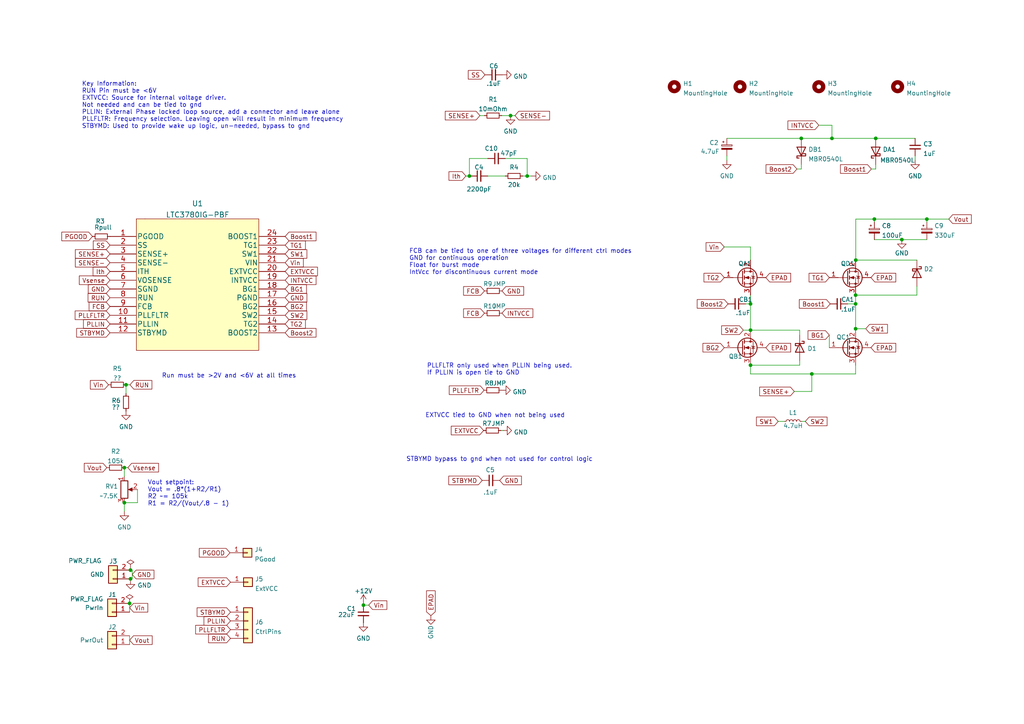
<source format=kicad_sch>
(kicad_sch (version 20211123) (generator eeschema)
  (paper "A4")
  (title_block (title "LTC3780 Audio Amplifier Voltage Regulator") (date "2022-02-27") (rev "V1.1") (company "Boost-Buck Converter for low ripple adjustable input into Audio Amplifier") (comment 1 "Rev1 Link Fets to GND plane for power dissipation"))
  (lib_symbols
    (symbol "Connector_Generic:Conn_01x01" (pin_names (offset 1.016) hide)
      (property "Reference" "J" (at 0 2.54 0))
      (property "Value" "Conn_01x01" (at 0 -2.54 0))
      (symbol "Conn_01x01_1_1"
        (rectangle (start -1.27 0.127) (end 0 -0.127) (stroke (width 0.1524)))
        (rectangle (start -1.27 1.27) (end 1.27 -1.27) (stroke (width 0.254)) (fill (type background)))
        (pin passive line (at -5.08 0 0) (length 3.81) (name "Pin_1") (number "1"))
      )
    )
    (symbol "Connector_Generic:Conn_01x02" (pin_names (offset 1.016) hide)
      (property "Reference" "J" (at 0 2.54 0))
      (property "Value" "Conn_01x02" (at 0 -5.08 0))
      (symbol "Conn_01x02_1_1"
        (rectangle (start -1.27 -2.413) (end 0 -2.667) (stroke (width 0.1524)))
        (rectangle (start -1.27 0.127) (end 0 -0.127) (stroke (width 0.1524)))
        (rectangle (start -1.27 1.27) (end 1.27 -3.81) (stroke (width 0.254)) (fill (type background)))
        (pin passive line (at -5.08 0 0) (length 3.81) (name "Pin_1") (number "1"))
        (pin passive line (at -5.08 -2.54 0) (length 3.81) (name "Pin_2") (number "2"))
      )
    )
    (symbol "Connector_Generic:Conn_01x04" (pin_names (offset 1.016) hide)
      (property "Reference" "J" (at 0 5.08 0))
      (property "Value" "Conn_01x04" (at 0 -7.62 0))
      (symbol "Conn_01x04_1_1"
        (rectangle (start -1.27 -4.953) (end 0 -5.207) (stroke (width 0.1524)))
        (rectangle (start -1.27 -2.413) (end 0 -2.667) (stroke (width 0.1524)))
        (rectangle (start -1.27 0.127) (end 0 -0.127) (stroke (width 0.1524)))
        (rectangle (start -1.27 2.667) (end 0 2.413) (stroke (width 0.1524)))
        (rectangle (start -1.27 3.81) (end 1.27 -6.35) (stroke (width 0.254)) (fill (type background)))
        (pin passive line (at -5.08 2.54 0) (length 3.81) (name "Pin_1") (number "1"))
        (pin passive line (at -5.08 0 0) (length 3.81) (name "Pin_2") (number "2"))
        (pin passive line (at -5.08 -2.54 0) (length 3.81) (name "Pin_3") (number "3"))
        (pin passive line (at -5.08 -5.08 0) (length 3.81) (name "Pin_4") (number "4"))
      )
    )
    (symbol "Custom:LTC3780IG-PBF" (pin_names (offset 0.254))
      (property "Reference" "U" (at 25.4 10.16 0))
      (property "Value" "LTC3780IG-PBF" (at 25.4 7.62 0))
      (symbol "LTC3780IG-PBF_1_1"
        (rectangle (start 7.62 5.08) (end 43.18 -33.02) (stroke (width 0.1524)) (fill (type background)))
        (rectangle (start 10.16 5.08) (end 10.16 5.08) (stroke (width 0.1524)))
        (pin output line (at 0 0 0) (length 7.62) (name "PGOOD") (number "1"))
        (pin unspecified line (at 0 -22.86 0) (length 7.62) (name "PLLFLTR") (number "10"))
        (pin input line (at 0 -25.4 0) (length 7.62) (name "PLLIN") (number "11"))
        (pin unspecified line (at 0 -27.94 0) (length 7.62) (name "STBYMD") (number "12"))
        (pin output line (at 50.8 -27.94 180) (length 7.62) (name "BOOST2") (number "13"))
        (pin output line (at 50.8 -25.4 180) (length 7.62) (name "TG2") (number "14"))
        (pin unspecified line (at 50.8 -22.86 180) (length 7.62) (name "SW2") (number "15"))
        (pin output line (at 50.8 -20.32 180) (length 7.62) (name "BG2") (number "16"))
        (pin power_in line (at 50.8 -17.78 180) (length 7.62) (name "PGND") (number "17"))
        (pin output line (at 50.8 -15.24 180) (length 7.62) (name "BG1") (number "18"))
        (pin output line (at 50.8 -12.7 180) (length 7.62) (name "INTVCC") (number "19"))
        (pin input line (at 0 -2.54 0) (length 7.62) (name "SS") (number "2"))
        (pin input line (at 50.8 -10.16 180) (length 7.62) (name "EXTVCC") (number "20"))
        (pin input line (at 50.8 -7.62 180) (length 7.62) (name "VIN") (number "21"))
        (pin unspecified line (at 50.8 -5.08 180) (length 7.62) (name "SW1") (number "22"))
        (pin output line (at 50.8 -2.54 180) (length 7.62) (name "TG1") (number "23"))
        (pin output line (at 50.8 0 180) (length 7.62) (name "BOOST1") (number "24"))
        (pin input line (at 0 -5.08 0) (length 7.62) (name "SENSE+") (number "3"))
        (pin input line (at 0 -7.62 0) (length 7.62) (name "SENSE-") (number "4"))
        (pin unspecified line (at 0 -10.16 0) (length 7.62) (name "ITH") (number "5"))
        (pin input line (at 0 -12.7 0) (length 7.62) (name "VOSENSE") (number "6"))
        (pin power_in line (at 0 -15.24 0) (length 7.62) (name "SGND") (number "7"))
        (pin input line (at 0 -17.78 0) (length 7.62) (name "RUN") (number "8"))
        (pin input line (at 0 -20.32 0) (length 7.62) (name "FCB") (number "9"))
      )
    )
    (symbol "Custom:Q_NMOS_DGS_THERMAL" (pin_names (offset 0) hide)
      (property "Reference" "QA1" (at -1.016 4.064 0))
      (symbol "Q_NMOS_DGS_THERMAL_0_1"
        (polyline (pts (xy 0.254 0) (xy -2.54 0)))
        (polyline (pts (xy 0.254 1.905) (xy 0.254 -1.905)) (stroke (width 0.254)))
        (polyline (pts (xy 0.762 -1.27) (xy 0.762 -2.286)) (stroke (width 0.254)))
        (polyline (pts (xy 0.762 0.508) (xy 0.762 -0.508)) (stroke (width 0.254)))
        (polyline (pts (xy 0.762 2.286) (xy 0.762 1.27)) (stroke (width 0.254)))
        (polyline (pts (xy 2.54 2.54) (xy 2.54 1.778)))
        (polyline (pts (xy 2.54 -2.54) (xy 2.54 0) (xy 0.762 0)))
        (polyline (pts (xy 0.762 -1.778) (xy 3.302 -1.778) (xy 3.302 1.778) (xy 0.762 1.778)))
        (polyline (pts (xy 1.016 0) (xy 2.032 0.381) (xy 2.032 -0.381) (xy 1.016 0)) (fill (type outline)))
        (polyline (pts (xy 2.794 0.508) (xy 2.921 0.381) (xy 3.683 0.381) (xy 3.81 0.254)))
        (polyline (pts (xy 3.302 0.381) (xy 2.921 -0.254) (xy 3.683 -0.254) (xy 3.302 0.381)))
        (circle (center 1.651 0) (radius 2.794) (stroke (width 0.254)))
        (circle (center 2.54 -1.778) (radius 0.254) (fill (type outline)))
        (circle (center 2.54 1.778) (radius 0.254) (fill (type outline)))
      )
      (symbol "Q_NMOS_DGS_THERMAL_1_1"
        (pin input line (at -5.08 0 0) (length 2.54) (name "G") (number "1"))
        (pin passive line (at 2.54 5.08 270) (length 2.54) (name "D") (number "2"))
        (pin passive line (at 2.54 -5.08 90) (length 2.54) (name "S") (number "3"))
        (pin passive line (at 6.985 0 180) (length 2.54) (name "EPAD") (number "4"))
      )
    )
    (symbol "Device:C_Polarized_Small" (pin_numbers hide) (pin_names (offset 0.254) hide)
      (property "Reference" "C" (at 0.254 1.778 0))
      (property "Value" "C_Polarized_Small" (at 0.254 -2.032 0))
      (symbol "C_Polarized_Small_0_1"
        (rectangle (start -1.524 -0.3048) (end 1.524 -0.6858) (fill (type outline)))
        (rectangle (start -1.524 0.6858) (end 1.524 0.3048))
        (polyline (pts (xy -1.27 1.524) (xy -0.762 1.524)))
        (polyline (pts (xy -1.016 1.27) (xy -1.016 1.778)))
      )
      (symbol "C_Polarized_Small_1_1"
        (pin passive line (at 0 2.54 270) (length 1.8542) (name "~") (number "1"))
        (pin passive line (at 0 -2.54 90) (length 1.8542) (name "~") (number "2"))
      )
    )
    (symbol "Device:C_Small" (pin_numbers hide) (pin_names (offset 0.254) hide)
      (property "Reference" "C" (at 0.254 1.778 0))
      (property "Value" "C_Small" (at 0.254 -2.032 0))
      (symbol "C_Small_0_1"
        (polyline (pts (xy -1.524 -0.508) (xy 1.524 -0.508)) (stroke (width 0.3302)))
        (polyline (pts (xy -1.524 0.508) (xy 1.524 0.508)) (stroke (width 0.3048)))
      )
      (symbol "C_Small_1_1"
        (pin passive line (at 0 2.54 270) (length 2.032) (name "~") (number "1"))
        (pin passive line (at 0 -2.54 90) (length 2.032) (name "~") (number "2"))
      )
    )
    (symbol "Device:D_Schottky" (pin_numbers hide) (pin_names (offset 1.016) hide)
      (property "Reference" "D" (at 0 2.54 0))
      (property "Value" "D_Schottky" (at 0 -2.54 0))
      (symbol "D_Schottky_0_1"
        (polyline (pts (xy 1.27 0) (xy -1.27 0)))
        (polyline (pts (xy 1.27 1.27) (xy 1.27 -1.27) (xy -1.27 0) (xy 1.27 1.27)) (stroke (width 0.254)))
        (polyline (pts (xy -1.905 0.635) (xy -1.905 1.27) (xy -1.27 1.27) (xy -1.27 -1.27) (xy -0.635 -1.27) (xy -0.635 -0.635)) (stroke (width 0.254)))
      )
      (symbol "D_Schottky_1_1"
        (pin passive line (at -3.81 0 0) (length 2.54) (name "K") (number "1"))
        (pin passive line (at 3.81 0 180) (length 2.54) (name "A") (number "2"))
      )
    )
    (symbol "Device:L_Small" (pin_numbers hide) (pin_names (offset 0.254) hide)
      (property "Reference" "L" (at 0.762 1.016 0))
      (property "Value" "L_Small" (at 0.762 -1.016 0))
      (symbol "L_Small_0_1"
        (arc (start 0 -2.032) (mid 0.508 -1.524) (end 0 -1.016))
        (arc (start 0 -1.016) (mid 0.508 -0.508) (end 0 0))
        (arc (start 0 0) (mid 0.508 0.508) (end 0 1.016))
        (arc (start 0 1.016) (mid 0.508 1.524) (end 0 2.032))
      )
      (symbol "L_Small_1_1"
        (pin passive line (at 0 2.54 270) (length 0.508) (name "~") (number "1"))
        (pin passive line (at 0 -2.54 90) (length 0.508) (name "~") (number "2"))
      )
    )
    (symbol "Device:R_Potentiometer" (pin_names (offset 1.016) hide)
      (property "Reference" "RV" (at -4.445 0 90))
      (property "Value" "R_Potentiometer" (at -2.54 0 90))
      (symbol "R_Potentiometer_0_1"
        (polyline (pts (xy 2.54 0) (xy 1.524 0)))
        (polyline (pts (xy 1.143 0) (xy 2.286 0.508) (xy 2.286 -0.508) (xy 1.143 0)) (fill (type outline)))
        (rectangle (start 1.016 2.54) (end -1.016 -2.54) (stroke (width 0.254)))
      )
      (symbol "R_Potentiometer_1_1"
        (pin passive line (at 0 3.81 270) (length 1.27) (name "1") (number "1"))
        (pin passive line (at 3.81 0 180) (length 1.27) (name "2") (number "2"))
        (pin passive line (at 0 -3.81 90) (length 1.27) (name "3") (number "3"))
      )
    )
    (symbol "Device:R_Small" (pin_numbers hide) (pin_names (offset 0.254) hide)
      (property "Reference" "R" (at 0.762 0.508 0))
      (property "Value" "R_Small" (at 0.762 -1.016 0))
      (symbol "R_Small_0_1"
        (rectangle (start -0.762 1.778) (end 0.762 -1.778) (stroke (width 0.2032)))
      )
      (symbol "R_Small_1_1"
        (pin passive line (at 0 2.54 270) (length 0.762) (name "~") (number "1"))
        (pin passive line (at 0 -2.54 90) (length 0.762) (name "~") (number "2"))
      )
    )
    (symbol "Mechanical:MountingHole" (pin_names (offset 1.016))
      (property "Reference" "H" (at 0 5.08 0))
      (property "Value" "MountingHole" (at 0 3.175 0))
      (symbol "MountingHole_0_1"
        (circle (center 0 0) (radius 1.27) (stroke (width 1.27)))
      )
    )
    (symbol "power:+12V" (power) (pin_names (offset 0))
      (property "Value" "+12V" (at 0 3.556 0))
      (symbol "+12V_0_1"
        (polyline (pts (xy -0.762 1.27) (xy 0 2.54)))
        (polyline (pts (xy 0 0) (xy 0 2.54)))
        (polyline (pts (xy 0 2.54) (xy 0.762 1.27)))
      )
      (symbol "+12V_1_1"
        (pin power_in line (at 0 0 90) (length 0) hide (name "+12V") (number "1"))
      )
    )
    (symbol "power:GND" (power) (pin_names (offset 0))
      (property "Value" "GND" (at 0 -3.81 0))
      (symbol "GND_0_1"
        (polyline (pts (xy 0 0) (xy 0 -1.27) (xy 1.27 -1.27) (xy 0 -2.54) (xy -1.27 -1.27) (xy 0 -1.27)))
      )
      (symbol "GND_1_1"
        (pin power_in line (at 0 0 270) (length 0) hide (name "GND") (number "1"))
      )
    )
    (symbol "power:PWR_FLAG" (power) (pin_numbers hide) (pin_names (offset 0) hide)
      (property "Value" "PWR_FLAG" (at 0 3.81 0))
      (symbol "PWR_FLAG_0_0"
        (pin power_out line (at 0 0 90) (length 0) (name "pwr") (number "1"))
      )
      (symbol "PWR_FLAG_0_1"
        (polyline (pts (xy 0 0) (xy 0 1.27) (xy -1.016 1.905) (xy 0 2.54) (xy 1.016 1.905) (xy 0 1.27)))
      )
    )
  )
  (junction (at 37.846 165.354))
  (junction (at 261.5692 69.4944))
  (junction (at 217.678 105.918))
  (junction (at 152.908 51.054))
  (junction (at 217.678 88.138))
  (junction (at 136.144 51.054))
  (junction (at 148.082 33.528))
  (junction (at 248.158 95.3516))
  (junction (at 241.3 40.132))
  (junction (at 248.158 85.598))
  (junction (at 248.2088 75.438))
  (junction (at 105.41 175.514))
  (junction (at 36.068 135.636))
  (junction (at 268.8336 63.5508))
  (junction (at 36.068 145.796))
  (junction (at 217.678 95.758))
  (junction (at 235.458 108.458))
  (junction (at 253.5936 63.5508))
  (junction (at 232.41 40.132))
  (junction (at 254 40.132))
  (junction (at 37.846 167.894))
  (junction (at 37.592 175.006))
  (junction (at 36.5506 111.6076))
  (junction (at 248.158 88.138))
  (wire (pts (xy 265.43 45.212) (xy 265.43 46.482)))
  (wire (pts (xy 265.938 83.058) (xy 265.938 85.598)))
  (wire (pts (xy 248.158 75.438) (xy 248.2088 75.438)))
  (wire (pts (xy 210.82 40.132) (xy 232.41 40.132)))
  (wire (pts (xy 210.82 45.212) (xy 210.82 46.482)))
  (wire (pts (xy 231.9528 104.6988) (xy 231.9528 105.918)))
  (wire (pts (xy 254 47.752) (xy 254 49.022)))
  (wire (pts (xy 217.678 88.138) (xy 217.678 95.758)))
  (wire (pts (xy 240.538 97.1804) (xy 240.538 100.838)))
  (wire (pts (xy 105.41 175.514) (xy 106.934 175.514)))
  (wire (pts (xy 235.458 108.458) (xy 235.458 113.538)))
  (wire (pts (xy 146.558 45.974) (xy 152.908 45.974)))
  (wire (pts (xy 253.5936 63.5508) (xy 253.5936 64.4144)))
  (wire (pts (xy 37.846 164.9476) (xy 37.846 165.354)))
  (wire (pts (xy 37.846 165.354) (xy 38.354 165.354)))
  (wire (pts (xy 152.908 51.054) (xy 154.178 51.054)))
  (wire (pts (xy 37.592 177.546) (xy 37.592 175.006)))
  (wire (pts (xy 265.938 85.598) (xy 248.158 85.598)))
  (wire (pts (xy 217.678 85.598) (xy 217.678 88.138)))
  (wire (pts (xy 136.144 45.974) (xy 136.144 51.054)))
  (wire (pts (xy 139.192 33.528) (xy 140.462 33.528)))
  (wire (pts (xy 235.458 108.458) (xy 248.158 108.458)))
  (wire (pts (xy 248.2088 63.5508) (xy 248.2088 75.438)))
  (wire (pts (xy 232.5624 122.2248) (xy 233.5784 122.2248)))
  (wire (pts (xy 216.2556 88.138) (xy 217.678 88.138)))
  (wire (pts (xy 248.158 85.598) (xy 248.158 88.138)))
  (wire (pts (xy 217.678 105.918) (xy 217.678 108.458)))
  (wire (pts (xy 232.41 40.132) (xy 241.3 40.132)))
  (wire (pts (xy 38.354 165.354) (xy 38.354 167.894)))
  (wire (pts (xy 253.5936 69.4944) (xy 261.5692 69.4944)))
  (wire (pts (xy 248.158 95.3516) (xy 248.158 95.758)))
  (wire (pts (xy 253.5936 63.5508) (xy 268.8336 63.5508)))
  (wire (pts (xy 151.638 51.054) (xy 152.908 51.054)))
  (wire (pts (xy 248.158 88.138) (xy 248.158 95.3516)))
  (wire (pts (xy 39.878 141.986) (xy 39.878 145.796)))
  (wire (pts (xy 37.084 135.636) (xy 36.068 135.636)))
  (wire (pts (xy 36.068 135.636) (xy 36.068 138.176)))
  (wire (pts (xy 268.8336 64.4144) (xy 268.8336 63.5508)))
  (wire (pts (xy 37.846 168.2496) (xy 37.846 167.894)))
  (wire (pts (xy 37.846 167.894) (xy 38.354 167.894)))
  (wire (pts (xy 268.8336 63.5508) (xy 275.1836 63.5508)))
  (wire (pts (xy 141.478 51.054) (xy 146.558 51.054)))
  (wire (pts (xy 241.3 40.132) (xy 254 40.132)))
  (wire (pts (xy 248.158 95.3516) (xy 251.1044 95.3516)))
  (wire (pts (xy 217.678 95.758) (xy 231.9528 95.758)))
  (wire (pts (xy 136.144 51.054) (xy 136.398 51.054)))
  (wire (pts (xy 232.41 47.752) (xy 232.41 49.022)))
  (wire (pts (xy 36.068 145.796) (xy 36.068 148.336)))
  (wire (pts (xy 37.6936 111.6076) (xy 36.5506 111.6076)))
  (wire (pts (xy 105.41 175.006) (xy 105.41 175.514)))
  (wire (pts (xy 237.49 36.322) (xy 241.3 36.322)))
  (wire (pts (xy 248.2088 75.438) (xy 265.938 75.438)))
  (wire (pts (xy 245.872 88.138) (xy 248.158 88.138)))
  (wire (pts (xy 248.158 105.918) (xy 248.158 108.458)))
  (wire (pts (xy 254 40.132) (xy 265.43 40.132)))
  (wire (pts (xy 232.41 49.022) (xy 231.14 49.022)))
  (wire (pts (xy 37.592 184.404) (xy 37.592 186.944)))
  (wire (pts (xy 217.678 105.918) (xy 231.9528 105.918)))
  (wire (pts (xy 217.678 71.628) (xy 217.678 75.438)))
  (wire (pts (xy 148.082 33.528) (xy 149.352 33.528)))
  (wire (pts (xy 135.128 51.054) (xy 136.144 51.054)))
  (wire (pts (xy 235.458 113.538) (xy 230.378 113.538)))
  (wire (pts (xy 145.3388 124.8664) (xy 145.8468 124.8664)))
  (wire (pts (xy 152.908 45.974) (xy 152.908 51.054)))
  (wire (pts (xy 254 49.022) (xy 252.73 49.022)))
  (wire (pts (xy 145.542 33.528) (xy 148.082 33.528)))
  (wire (pts (xy 225.7044 122.2248) (xy 227.4824 122.2248)))
  (wire (pts (xy 268.8336 69.4944) (xy 261.5692 69.4944)))
  (wire (pts (xy 215.5952 95.758) (xy 217.678 95.758)))
  (wire (pts (xy 217.678 108.458) (xy 235.458 108.458)))
  (wire (pts (xy 231.9528 95.758) (xy 231.9528 97.0788)))
  (wire (pts (xy 36.5506 111.6076) (xy 36.5506 114.1476)))
  (wire (pts (xy 39.878 145.796) (xy 36.068 145.796)))
  (wire (pts (xy 241.3 36.322) (xy 241.3 40.132)))
  (wire (pts (xy 210.058 71.628) (xy 217.678 71.628)))
  (wire (pts (xy 248.2088 63.5508) (xy 253.5936 63.5508)))
  (wire (pts (xy 141.478 45.974) (xy 136.144 45.974)))
  (text "Key Information:\nRUN Pin must be <6V\nEXTVCC: Source for internal voltage driver. \nNot needed and can be tied to gnd\nPLLIN: External Phase locked loop source, add a connector and leave alone\nPLLFLTR: Frequency selection. Leaving open will result in minimum frequency\nSTBYMD: Used to provide wake up logic, un-needed, bypass to gnd" (at 23.7236 37.4396 0) (effects (font (size 1.27 1.27)) (justify left bottom)))
  (text "EXTVCC tied to GND when not being used" (at 123.3424 121.3104 0) (effects (font (size 1.27 1.27)) (justify left bottom)))
  (text "Run must be >2V and <6V at all times" (at 46.9138 109.8296 0) (effects (font (size 1.27 1.27)) (justify left bottom)))
  (text "FCB can be tied to one of three voltages for different ctrl modes\nGND for continuous operation\nFloat for burst mode\nIntVcc for discontinuous current mode" (at 118.6688 79.8068 0) (effects (font (size 1.27 1.27)) (justify left bottom)))
  (text "Vout setpoint:\nVout = .8*(1+R2/R1)\nR2 ~= 105k\nR1 = R2/(Vout/.8 - 1)" (at 42.8244 146.9136 0) (effects (font (size 1.27 1.27)) (justify left bottom)))
  (text "PLLFLTR only used when PLLIN being used.\nIf PLLIN is open tie to GND" (at 123.7996 108.966 0) (effects (font (size 1.27 1.27)) (justify left bottom)))
  (text "STBYMD bypass to gnd when not used for control logic" (at 117.8052 134.0104 0) (effects (font (size 1.27 1.27)) (justify left bottom)))
  (global_label "BG2" (shape input) (at 82.7024 88.9 0) (property "Intersheet References" "${INTERSHEET_REFS}" (effects hide)))
  (global_label "Vout" (shape input) (at 275.1836 63.5508 0) (property "Intersheet References" "${INTERSHEET_REFS}" (effects hide)))
  (global_label "SW2" (shape input) (at 82.7024 91.44 0) (property "Intersheet References" "${INTERSHEET_REFS}" (effects hide)))
  (global_label "BG1" (shape input) (at 240.538 97.1804 180) (property "Intersheet References" "${INTERSHEET_REFS}" (effects hide)))
  (global_label "Vout" (shape input) (at 37.592 185.674 0) (property "Intersheet References" "${INTERSHEET_REFS}" (effects hide)))
  (global_label "Ith" (shape input) (at 31.9024 78.74 180) (property "Intersheet References" "${INTERSHEET_REFS}" (effects hide)))
  (global_label "Vsense" (shape input) (at 37.084 135.636 0) (property "Intersheet References" "${INTERSHEET_REFS}" (effects hide)))
  (global_label "SW1" (shape input) (at 82.7024 73.66 0) (property "Intersheet References" "${INTERSHEET_REFS}" (effects hide)))
  (global_label "SS" (shape input) (at 140.6652 21.6916 180) (property "Intersheet References" "${INTERSHEET_REFS}" (effects hide)))
  (global_label "PLLFLTR" (shape input) (at 140.4112 113.1824 180) (property "Intersheet References" "${INTERSHEET_REFS}" (effects hide)))
  (global_label "SW2" (shape input) (at 215.5952 95.758 180) (property "Intersheet References" "${INTERSHEET_REFS}" (effects hide)))
  (global_label "PLLIN" (shape input) (at 31.9024 93.98 180) (property "Intersheet References" "${INTERSHEET_REFS}" (effects hide)))
  (global_label "RUN" (shape input) (at 31.9024 86.36 180) (property "Intersheet References" "${INTERSHEET_REFS}" (effects hide)))
  (global_label "PLLFLTR" (shape input) (at 66.8528 182.626 180) (property "Intersheet References" "${INTERSHEET_REFS}" (effects hide)))
  (global_label "Boost2" (shape input) (at 82.7024 96.52 0) (property "Intersheet References" "${INTERSHEET_REFS}" (effects hide)))
  (global_label "EPAD" (shape input) (at 124.968 178.562 90) (property "Intersheet References" "${INTERSHEET_REFS}" (effects hide)))
  (global_label "Vout" (shape input) (at 30.988 135.636 180) (property "Intersheet References" "${INTERSHEET_REFS}" (effects hide)))
  (global_label "Ith" (shape input) (at 135.128 51.054 180) (property "Intersheet References" "${INTERSHEET_REFS}" (effects hide)))
  (global_label "TG1" (shape input) (at 240.538 80.518 180) (property "Intersheet References" "${INTERSHEET_REFS}" (effects hide)))
  (global_label "INTVCC" (shape input) (at 145.5928 90.8304 0) (property "Intersheet References" "${INTERSHEET_REFS}" (effects hide)))
  (global_label "PLLIN" (shape input) (at 66.8528 180.086 180) (property "Intersheet References" "${INTERSHEET_REFS}" (effects hide)))
  (global_label "TG2" (shape input) (at 210.058 80.518 180) (property "Intersheet References" "${INTERSHEET_REFS}" (effects hide)))
  (global_label "INTVCC" (shape input) (at 82.7024 81.28 0) (property "Intersheet References" "${INTERSHEET_REFS}" (effects hide)))
  (global_label "Boost2" (shape input) (at 231.14 49.022 180) (property "Intersheet References" "${INTERSHEET_REFS}" (effects hide)))
  (global_label "EXTVCC" (shape input) (at 82.7024 78.74 0) (property "Intersheet References" "${INTERSHEET_REFS}" (effects hide)))
  (global_label "EXTVCC" (shape input) (at 66.8528 168.8592 180) (property "Intersheet References" "${INTERSHEET_REFS}" (effects hide)))
  (global_label "FCB" (shape input) (at 31.9024 88.9 180) (property "Intersheet References" "${INTERSHEET_REFS}" (effects hide)))
  (global_label "Boost1" (shape input) (at 82.7024 68.58 0) (property "Intersheet References" "${INTERSHEET_REFS}" (effects hide)))
  (global_label "SENSE-" (shape input) (at 31.9024 76.2 180) (property "Intersheet References" "${INTERSHEET_REFS}" (effects hide)))
  (global_label "Vin" (shape input) (at 37.592 176.276 0) (property "Intersheet References" "${INTERSHEET_REFS}" (effects hide)))
  (global_label "EPAD" (shape input) (at 222.123 100.838 0) (property "Intersheet References" "${INTERSHEET_REFS}" (effects hide)))
  (global_label "SW1" (shape input) (at 225.7044 122.2248 180) (property "Intersheet References" "${INTERSHEET_REFS}" (effects hide)))
  (global_label "Boost1" (shape input) (at 240.792 88.138 180) (property "Intersheet References" "${INTERSHEET_REFS}" (effects hide)))
  (global_label "Vsense" (shape input) (at 31.9024 81.28 180) (property "Intersheet References" "${INTERSHEET_REFS}" (effects hide)))
  (global_label "PLLFLTR" (shape input) (at 31.9024 91.44 180) (property "Intersheet References" "${INTERSHEET_REFS}" (effects hide)))
  (global_label "INTVCC" (shape input) (at 237.49 36.322 180) (property "Intersheet References" "${INTERSHEET_REFS}" (effects hide)))
  (global_label "Boost2" (shape input) (at 211.1756 88.138 180) (property "Intersheet References" "${INTERSHEET_REFS}" (effects hide)))
  (global_label "Vin" (shape input) (at 106.934 175.514 0) (property "Intersheet References" "${INTERSHEET_REFS}" (effects hide)))
  (global_label "FCB" (shape input) (at 140.5128 90.8304 180) (property "Intersheet References" "${INTERSHEET_REFS}" (effects hide)))
  (global_label "RUN" (shape input) (at 66.8528 185.166 180) (property "Intersheet References" "${INTERSHEET_REFS}" (effects hide)))
  (global_label "SENSE-" (shape input) (at 149.352 33.528 0) (property "Intersheet References" "${INTERSHEET_REFS}" (effects hide)))
  (global_label "FCB" (shape input) (at 140.5128 84.3788 180) (property "Intersheet References" "${INTERSHEET_REFS}" (effects hide)))
  (global_label "STBYMD" (shape input) (at 31.9024 96.52 180) (property "Intersheet References" "${INTERSHEET_REFS}" (effects hide)))
  (global_label "SS" (shape input) (at 31.9024 71.12 180) (property "Intersheet References" "${INTERSHEET_REFS}" (effects hide)))
  (global_label "TG2" (shape input) (at 82.7024 93.98 0) (property "Intersheet References" "${INTERSHEET_REFS}" (effects hide)))
  (global_label "GND" (shape input) (at 82.7024 86.36 0) (property "Intersheet References" "${INTERSHEET_REFS}" (effects hide)))
  (global_label "TG1" (shape input) (at 82.7024 71.12 0) (property "Intersheet References" "${INTERSHEET_REFS}" (effects hide)))
  (global_label "EPAD" (shape input) (at 222.123 80.518 0) (property "Intersheet References" "${INTERSHEET_REFS}" (effects hide)))
  (global_label "BG2" (shape input) (at 210.058 100.838 180) (property "Intersheet References" "${INTERSHEET_REFS}" (effects hide)))
  (global_label "STBYMD" (shape input) (at 66.8528 177.546 180) (property "Intersheet References" "${INTERSHEET_REFS}" (effects hide)))
  (global_label "Vin" (shape input) (at 31.4706 111.6076 180) (property "Intersheet References" "${INTERSHEET_REFS}" (effects hide)))
  (global_label "BG1" (shape input) (at 82.7024 83.82 0) (property "Intersheet References" "${INTERSHEET_REFS}" (effects hide)))
  (global_label "EPAD" (shape input) (at 252.603 80.518 0) (property "Intersheet References" "${INTERSHEET_REFS}" (effects hide)))
  (global_label "STBYMD" (shape input) (at 139.8524 139.3444 180) (property "Intersheet References" "${INTERSHEET_REFS}" (effects hide)))
  (global_label "SENSE+" (shape input) (at 31.9024 73.66 180) (property "Intersheet References" "${INTERSHEET_REFS}" (effects hide)))
  (global_label "EPAD" (shape input) (at 252.603 100.838 0) (property "Intersheet References" "${INTERSHEET_REFS}" (effects hide)))
  (global_label "PGOOD" (shape input) (at 26.8224 68.58 180) (property "Intersheet References" "${INTERSHEET_REFS}" (effects hide)))
  (global_label "Vin" (shape input) (at 210.058 71.628 180) (property "Intersheet References" "${INTERSHEET_REFS}" (effects hide)))
  (global_label "RUN" (shape input) (at 37.6936 111.6076 0) (property "Intersheet References" "${INTERSHEET_REFS}" (effects hide)))
  (global_label "SW1" (shape input) (at 251.1044 95.3516 0) (property "Intersheet References" "${INTERSHEET_REFS}" (effects hide)))
  (global_label "Boost1" (shape input) (at 252.73 49.022 180) (property "Intersheet References" "${INTERSHEET_REFS}" (effects hide)))
  (global_label "Vin" (shape input) (at 82.7024 76.2 0) (property "Intersheet References" "${INTERSHEET_REFS}" (effects hide)))
  (global_label "SENSE+" (shape input) (at 230.378 113.538 180) (property "Intersheet References" "${INTERSHEET_REFS}" (effects hide)))
  (global_label "GND" (shape input) (at 145.5928 84.3788 0) (property "Intersheet References" "${INTERSHEET_REFS}" (effects hide)))
  (global_label "GND" (shape input) (at 31.9024 83.82 180) (property "Intersheet References" "${INTERSHEET_REFS}" (effects hide)))
  (global_label "GND" (shape input) (at 38.354 166.624 0) (property "Intersheet References" "${INTERSHEET_REFS}" (effects hide)))
  (global_label "PGOOD" (shape input) (at 66.7004 160.3248 180) (property "Intersheet References" "${INTERSHEET_REFS}" (effects hide)))
  (global_label "SENSE+" (shape input) (at 139.192 33.528 180) (property "Intersheet References" "${INTERSHEET_REFS}" (effects hide)))
  (global_label "EXTVCC" (shape input) (at 140.2588 124.8664 180) (property "Intersheet References" "${INTERSHEET_REFS}" (effects hide)))
  (global_label "GND" (shape input) (at 144.9324 139.3444 0) (property "Intersheet References" "${INTERSHEET_REFS}" (effects hide)))
  (global_label "SW2" (shape input) (at 233.5784 122.2248 0) (property "Intersheet References" "${INTERSHEET_REFS}" (effects hide)))
  (symbol (lib_id "Device:R_Small") (at 36.5506 116.6876 0) (unit 1)
    (property "Reference" "R6" (at 32.3596 116.1796 0) (effects (justify left)))
    (property "Value" "??" (at 32.4104 118.11 0) (effects (justify left)))
    (property "Footprint" "Resistor_SMD:R_0805_2012Metric_Pad1.20x1.40mm_HandSolder" (effects hide))
  )
  (symbol (lib_id "Custom:Q_NMOS_DGS_THERMAL") (at 245.618 100.838 0) (unit 1)
    (property "Reference" "QC1" (at 242.57 97.79 0) (effects (justify left)))
    (property "Value" "RX3G07CGNC16" (effects hide))
    (property "Footprint" "Package_SO:MSOP-8-1EP_3x3mm_P0.65mm_EP1.73x1.85mm" (effects hide))
  )
  (symbol (lib_id "Device:R_Small") (at 143.002 33.528 90) (unit 1)
    (property "Reference" "R1" (at 143.002 28.8249 90))
    (property "Value" "10mOhm" (at 143.002 31.6 90))
    (property "Footprint" "Resistor_SMD:R_0402_1005Metric_Pad0.72x0.64mm_HandSolder" (effects hide))
  )
  (symbol (lib_id "Connector_Generic:Conn_01x04") (at 71.9328 180.086 0) (unit 1)
    (property "Reference" "J6" (at 73.9648 180.4475 0) (effects (justify left)))
    (property "Value" "CtrlPins" (at 73.9648 183.2226 0) (effects (justify left)))
    (property "Footprint" "Connector_PinSocket_2.54mm:PinSocket_1x04_P2.54mm_Vertical" (effects hide))
  )
  (symbol (lib_id "power:GND") (at 154.178 51.054 90) (unit 1)
    (property "Reference" "#PWR0105" (effects hide))
    (property "Value" "GND" (at 157.353 51.533 90) (effects (justify right)))
  )
  (symbol (lib_id "power:GND") (at 145.8468 124.8664 90) (unit 1)
    (property "Reference" "#PWR0106" (effects hide))
    (property "Value" "GND" (at 149.0218 125.3454 90) (effects (justify right)))
  )
  (symbol (lib_id "Device:R_Potentiometer") (at 36.068 141.986 0) (unit 1)
    (property "Reference" "RV1" (at 34.29 141.0775 0) (effects (justify right)))
    (property "Value" "~7.5K" (at 34.29 143.8526 0) (effects (justify right)))
    (property "Footprint" "Potentiometer_Imported:CT-6EW" (effects hide))
  )
  (symbol (lib_id "Custom:LTC3780IG-PBF") (at 31.9024 68.58 0) (unit 1)
    (property "Reference" "U1" (at 57.3024 59.0199 0) (effects (font (size 1.524 1.524))))
    (property "Value" "LTC3780IG-PBF" (at 57.3024 62.2989 0) (effects (font (size 1.524 1.524))))
    (property "Footprint" "Imported:LTC3780IG-PBF" (effects hide))
  )
  (symbol (lib_id "power:GND") (at 145.4912 113.1824 90) (unit 1)
    (property "Reference" "#PWR0109" (effects hide))
    (property "Value" "GND" (at 148.6662 113.6614 90) (effects (justify right)))
  )
  (symbol (lib_id "power:PWR_FLAG") (at 37.846 164.9476 0) (unit 1)
    (property "Reference" "#FLG0101" (effects hide))
    (property "Value" "PWR_FLAG" (at 19.812 162.6616 0) (effects (justify left)))
  )
  (symbol (lib_id "Custom:Q_NMOS_DGS_THERMAL") (at 245.618 80.518 0) (unit 1)
    (property "Reference" "QD1" (at 243.84 76.454 0) (effects (justify left)))
    (property "Value" "RX3G07CGNC16" (effects hide))
    (property "Footprint" "Package_SO:MSOP-8-1EP_3x3mm_P0.65mm_EP1.73x1.85mm" (effects hide))
  )
  (symbol (lib_id "Device:R_Small") (at 142.9512 113.1824 270) (unit 1)
    (property "Reference" "R8" (at 140.5382 111.1504 90) (effects (justify left)))
    (property "Value" "JMP" (at 142.9512 111.1504 90) (effects (justify left)))
    (property "Footprint" "Resistor_SMD:R_0805_2012Metric_Pad1.20x1.40mm_HandSolder" (effects hide))
  )
  (symbol (lib_id "Device:C_Polarized_Small") (at 253.5936 66.9544 0) (unit 1)
    (property "Reference" "C8" (at 255.7526 65.4998 0) (effects (justify left)))
    (property "Value" "100uF" (at 255.7526 68.2749 0) (effects (justify left)))
    (property "Footprint" "Capacitor_THT:CP_Radial_D8.0mm_P3.50mm" (effects hide))
  )
  (symbol (lib_id "Device:C_Small") (at 138.938 51.054 90) (unit 1)
    (property "Reference" "C4" (at 138.938 48.514 90))
    (property "Value" "2200pF" (at 138.938 54.864 90))
    (property "Footprint" "Capacitor_SMD:C_0805_2012Metric_Pad1.18x1.45mm_HandSolder" (effects hide))
  )
  (symbol (lib_id "Custom:Q_NMOS_DGS_THERMAL") (at 215.138 100.838 0) (unit 1)
    (property "Reference" "QB1" (at 211.328 103.378 0) (effects (justify left)))
    (property "Value" "RX3G07CGNC16" (effects hide))
    (property "Footprint" "Package_SO:MSOP-8-1EP_3x3mm_P0.65mm_EP1.73x1.85mm" (effects hide))
  )
  (symbol (lib_id "Connector_Generic:Conn_01x02") (at 32.512 186.944 180) (unit 1)
    (property "Reference" "J2" (at 33.782 181.864 0) (effects (justify left)))
    (property "Value" "PwrOut" (at 29.972 185.674 0) (effects (justify left)))
    (property "Footprint" "Custom:PinHeader_1x02_P2.54mm_Horizontal" (effects hide))
  )
  (symbol (lib_id "power:GND") (at 37.846 168.2496 0) (unit 1)
    (property "Reference" "#PWR0111" (effects hide))
    (property "Value" "GND" (at 41.91 169.7736 0))
  )
  (symbol (lib_id "power:PWR_FLAG") (at 37.592 175.006 0) (unit 1)
    (property "Reference" "#FLG0102" (effects hide))
    (property "Value" "PWR_FLAG" (at 20.32 173.736 0) (effects (justify left)))
  )
  (symbol (lib_id "Device:R_Small") (at 142.7988 124.8664 270) (unit 1)
    (property "Reference" "R7" (at 139.8778 122.8344 90) (effects (justify left)))
    (property "Value" "JMP" (at 142.5448 122.8344 90) (effects (justify left)))
    (property "Footprint" "Resistor_SMD:R_0805_2012Metric_Pad1.20x1.40mm_HandSolder" (effects hide))
  )
  (symbol (lib_id "Device:R_Small") (at 33.528 135.636 90) (unit 1)
    (property "Reference" "R2" (at 33.528 130.9329 90))
    (property "Value" "105k" (at 33.528 133.708 90))
    (property "Footprint" "Resistor_SMD:R_1206_3216Metric_Pad1.30x1.75mm_HandSolder" (effects hide))
  )
  (symbol (lib_id "Device:R_Small") (at 34.0106 111.6076 90) (unit 1)
    (property "Reference" "R5" (at 34.0106 106.9045 90))
    (property "Value" "??" (at 34.0106 109.6796 90))
    (property "Footprint" "Resistor_SMD:R_0805_2012Metric_Pad1.20x1.40mm_HandSolder" (effects hide))
  )
  (symbol (lib_id "Device:R_Small") (at 143.0528 84.3788 270) (unit 1)
    (property "Reference" "R9" (at 140.1318 82.3468 90) (effects (justify left)))
    (property "Value" "JMP" (at 142.7988 82.3468 90) (effects (justify left)))
    (property "Footprint" "Resistor_SMD:R_0805_2012Metric_Pad1.20x1.40mm_HandSolder" (effects hide))
  )
  (symbol (lib_id "Device:R_Small") (at 29.3624 68.58 90) (unit 1)
    (property "Reference" "R3" (at 30.4292 64.1604 90) (effects (justify left)))
    (property "Value" "Rpull" (at 32.4612 65.9384 90) (effects (justify left)))
    (property "Footprint" "Resistor_SMD:R_0805_2012Metric_Pad1.20x1.40mm_HandSolder" (effects hide))
  )
  (symbol (lib_id "Mechanical:MountingHole") (at 237.49 25.146 0) (unit 1)
    (property "Reference" "H3" (at 240.03 24.2375 0) (effects (justify left)))
    (property "Value" "MountingHole" (at 240.03 27.0126 0) (effects (justify left)))
    (property "Footprint" "MountingHole:MountingHole_2.5mm" (effects hide))
  )
  (symbol (lib_id "Device:R_Small") (at 143.0528 90.8304 270) (unit 1)
    (property "Reference" "R10" (at 140.1318 88.7984 90) (effects (justify left)))
    (property "Value" "JMP" (at 142.7988 88.7984 90) (effects (justify left)))
    (property "Footprint" "Resistor_SMD:R_0805_2012Metric_Pad1.20x1.40mm_HandSolder" (effects hide))
  )
  (symbol (lib_id "power:GND") (at 105.41 180.594 0) (unit 1)
    (property "Reference" "#PWR0112" (effects hide))
    (property "Value" "GND" (at 105.41 185.1565 0))
  )
  (symbol (lib_id "power:GND") (at 210.82 46.482 0) (unit 1)
    (property "Reference" "#PWR0108" (effects hide))
    (property "Value" "GND" (at 210.82 51.0445 0))
  )
  (symbol (lib_id "power:GND") (at 145.7452 21.6916 90) (unit 1)
    (property "Reference" "#PWR0101" (effects hide))
    (property "Value" "GND" (at 148.9202 22.1706 90) (effects (justify right)))
  )
  (symbol (lib_id "power:GND") (at 148.082 33.528 0) (unit 1)
    (property "Reference" "#PWR0104" (effects hide))
    (property "Value" "GND" (at 148.082 38.0905 0))
  )
  (symbol (lib_id "power:+12V") (at 105.41 175.006 0) (unit 1)
    (property "Reference" "#PWR0110" (effects hide))
    (property "Value" "+12V" (at 105.41 171.4015 0))
  )
  (symbol (lib_id "Device:D_Schottky") (at 265.938 79.248 270) (unit 1)
    (property "Reference" "D2" (at 267.97 78.022 90) (effects (justify left)))
    (property "Value" "SS32-E3" (effects hide))
    (property "Footprint" "Diode_SMD:D_SOD-123" (effects hide))
  )
  (symbol (lib_id "Device:D_Schottky") (at 232.41 43.942 90) (unit 1)
    (property "Reference" "DB1" (at 234.442 43.351 90) (effects (justify right)))
    (property "Value" "MBR0540L" (at 234.442 46.1261 90) (effects (justify right)))
    (property "Footprint" "Diode_SMD:D_SOD-123" (effects hide))
  )
  (symbol (lib_id "Device:C_Small") (at 105.41 178.054 0) (unit 1)
    (property "Reference" "C1" (at 100.584 176.53 0) (effects (justify left)))
    (property "Value" "22uF" (at 98.044 178.308 0) (effects (justify left)))
    (property "Footprint" "Capacitor_SMD:C_1206_3216Metric_Pad1.33x1.80mm_HandSolder" (effects hide))
  )
  (symbol (lib_id "Connector_Generic:Conn_01x01") (at 71.7804 160.3248 0) (unit 1)
    (property "Reference" "J4" (at 73.8124 159.4163 0) (effects (justify left)))
    (property "Value" "PGood" (at 73.8124 162.1914 0) (effects (justify left)))
    (property "Footprint" "Connector_PinSocket_2.54mm:PinSocket_1x01_P2.54mm_Vertical" (effects hide))
  )
  (symbol (lib_id "Device:C_Small") (at 144.018 45.974 90) (unit 1)
    (property "Reference" "C10" (at 142.494 43.053 90))
    (property "Value" "47pF" (at 147.574 44.45 90))
    (property "Footprint" "Capacitor_SMD:C_0603_1608Metric_Pad1.08x0.95mm_HandSolder" (effects hide))
  )
  (symbol (lib_id "Device:D_Schottky") (at 254 43.942 90) (unit 1)
    (property "Reference" "DA1" (at 256.032 43.351 90) (effects (justify right)))
    (property "Value" "MBR0540L" (at 255.27 46.482 90) (effects (justify right)))
    (property "Footprint" "Diode_SMD:D_SOD-123" (effects hide))
  )
  (symbol (lib_id "Device:C_Small") (at 143.2052 21.6916 90) (unit 1)
    (property "Reference" "C6" (at 143.2052 19.1516 90))
    (property "Value" ".1uF" (at 143.2052 24.2316 90))
    (property "Footprint" "Capacitor_SMD:C_0603_1608Metric_Pad1.08x0.95mm_HandSolder" (effects hide))
  )
  (symbol (lib_id "power:GND") (at 36.5506 119.2276 0) (unit 1)
    (property "Reference" "#PWR0114" (effects hide))
    (property "Value" "GND" (at 36.5506 123.7901 0))
  )
  (symbol (lib_id "Device:C_Small") (at 213.7156 88.138 270) (unit 1)
    (property "Reference" "CB1" (at 216.2556 86.868 90))
    (property "Value" ".1uF" (at 215.4936 90.7288 90))
    (property "Footprint" "Capacitor_SMD:C_0603_1608Metric_Pad1.08x0.95mm_HandSolder" (effects hide))
  )
  (symbol (lib_id "Device:C_Small") (at 243.332 88.138 270) (unit 1)
    (property "Reference" "CA1" (at 245.872 86.868 90))
    (property "Value" ".1uF" (at 246.0244 89.7128 90))
    (property "Footprint" "Capacitor_SMD:C_0603_1608Metric_Pad1.08x0.95mm_HandSolder" (effects hide))
  )
  (symbol (lib_id "power:GND") (at 261.5692 69.4944 0) (unit 1)
    (property "Reference" "#PWR0103" (effects hide))
    (property "Value" "GND" (at 261.5692 73.406 0))
  )
  (symbol (lib_id "power:GND") (at 124.968 178.562 0) (unit 1)
    (property "Reference" "#PWR0113" (effects hide))
    (property "Value" "GND" (at 124.968 185.42 90) (effects (justify left)))
  )
  (symbol (lib_id "Device:L_Small") (at 230.0224 122.2248 90) (unit 1)
    (property "Reference" "L1" (at 230.0224 119.6848 90))
    (property "Value" "4.7uH" (at 230.0224 123.4948 90))
    (property "Footprint" "Inductor_Coilcraft:L_12x12mm_H8mm" (effects hide))
  )
  (symbol (lib_id "power:GND") (at 265.43 46.482 0) (unit 1)
    (property "Reference" "#PWR0102" (effects hide))
    (property "Value" "GND" (at 265.43 51.0445 0))
  )
  (symbol (lib_id "Connector_Generic:Conn_01x02") (at 32.512 177.546 180) (unit 1)
    (property "Reference" "J1" (at 33.782 172.466 0) (effects (justify left)))
    (property "Value" "PwrIn" (at 29.972 176.276 0) (effects (justify left)))
    (property "Footprint" "Custom:PinHeader_1x02_P2.54mm_Horizontal" (effects hide))
  )
  (symbol (lib_id "Connector_Generic:Conn_01x02") (at 32.766 167.894 180) (unit 1)
    (property "Reference" "J3" (at 34.036 162.814 0) (effects (justify left)))
    (property "Value" "GND" (at 30.226 166.624 0) (effects (justify left)))
    (property "Footprint" "Custom:PinHeader_1x02_P2.54mm_Horizontal" (effects hide))
  )
  (symbol (lib_id "Device:C_Polarized_Small") (at 268.8336 66.9544 0) (unit 1)
    (property "Reference" "C9" (at 270.9926 65.4998 0) (effects (justify left)))
    (property "Value" "330uF" (at 270.9926 68.2749 0) (effects (justify left)))
    (property "Footprint" "Capacitor_THT:CP_Radial_D10.0mm_P5.00mm" (effects hide))
  )
  (symbol (lib_id "Mechanical:MountingHole") (at 214.63 25.146 0) (unit 1)
    (property "Reference" "H2" (at 217.17 24.2375 0) (effects (justify left)))
    (property "Value" "MountingHole" (at 217.17 27.0126 0) (effects (justify left)))
    (property "Footprint" "MountingHole:MountingHole_2.5mm" (effects hide))
  )
  (symbol (lib_id "Device:C_Small") (at 142.3924 139.3444 90) (unit 1)
    (property "Reference" "C5" (at 143.5354 136.2964 90) (effects (justify left)))
    (property "Value" ".1uF" (at 144.4244 142.7734 90) (effects (justify left)))
    (property "Footprint" "Capacitor_SMD:C_0603_1608Metric_Pad1.08x0.95mm_HandSolder" (effects hide))
  )
  (symbol (lib_id "Custom:Q_NMOS_DGS_THERMAL") (at 215.138 80.518 0) (unit 1)
    (property "Reference" "QA1" (at 214.122 76.454 0) (effects (justify left)))
    (property "Value" "RX3G07CGNC16" (effects hide))
    (property "Footprint" "Package_SO:MSOP-8-1EP_3x3mm_P0.65mm_EP1.73x1.85mm" (effects hide))
  )
  (symbol (lib_id "Device:D_Schottky") (at 231.9528 100.8888 270) (unit 1)
    (property "Reference" "D1" (at 234.188 101.092 90) (effects (justify left)))
    (property "Value" "SS34-E3" (effects hide))
    (property "Footprint" "Diode_SMD:D_SOD-123" (effects hide))
  )
  (symbol (lib_id "Device:C_Polarized_Small") (at 210.82 42.672 0) (unit 1)
    (property "Reference" "C2" (at 205.74 41.402 0) (effects (justify left)))
    (property "Value" "4.7uF" (at 203.2 43.942 0) (effects (justify left)))
    (property "Footprint" "Capacitor_SMD:C_0805_2012Metric_Pad1.18x1.45mm_HandSolder" (effects hide))
  )
  (symbol (lib_id "Connector_Generic:Conn_01x01") (at 71.9328 168.8592 0) (unit 1)
    (property "Reference" "J5" (at 73.9648 167.9507 0) (effects (justify left)))
    (property "Value" "ExtVCC" (at 73.9648 170.7258 0) (effects (justify left)))
    (property "Footprint" "Connector_PinSocket_2.54mm:PinSocket_1x01_P2.54mm_Vertical" (effects hide))
  )
  (symbol (lib_id "Mechanical:MountingHole") (at 195.58 25.146 0) (unit 1)
    (property "Reference" "H1" (at 198.12 24.2375 0) (effects (justify left)))
    (property "Value" "MountingHole" (at 198.12 27.0126 0) (effects (justify left)))
    (property "Footprint" "MountingHole:MountingHole_2.5mm" (effects hide))
  )
  (symbol (lib_id "Mechanical:MountingHole") (at 260.35 25.146 0) (unit 1)
    (property "Reference" "H4" (at 262.89 24.2375 0) (effects (justify left)))
    (property "Value" "MountingHole" (at 262.89 27.0126 0) (effects (justify left)))
    (property "Footprint" "MountingHole:MountingHole_2.5mm" (effects hide))
  )
  (symbol (lib_id "Device:C_Small") (at 265.43 42.672 0) (unit 1)
    (property "Reference" "C3" (at 267.7541 41.7698 0) (effects (justify left)))
    (property "Value" "1uF" (at 267.7541 44.5449 0) (effects (justify left)))
    (property "Footprint" "Capacitor_SMD:C_1206_3216Metric_Pad1.33x1.80mm_HandSolder" (effects hide))
  )
  (symbol (lib_id "power:GND") (at 36.068 148.336 0) (unit 1)
    (property "Reference" "#PWR0107" (effects hide))
    (property "Value" "GND" (at 36.068 152.8985 0))
  )
  (symbol (lib_id "Device:R_Small") (at 149.098 51.054 270) (unit 1)
    (property "Reference" "R4" (at 149.098 48.514 90))
    (property "Value" "20k" (at 149.098 53.594 90))
    (property "Footprint" "Resistor_SMD:R_1206_3216Metric_Pad1.30x1.75mm_HandSolder" (effects hide))
  )
)
</source>
